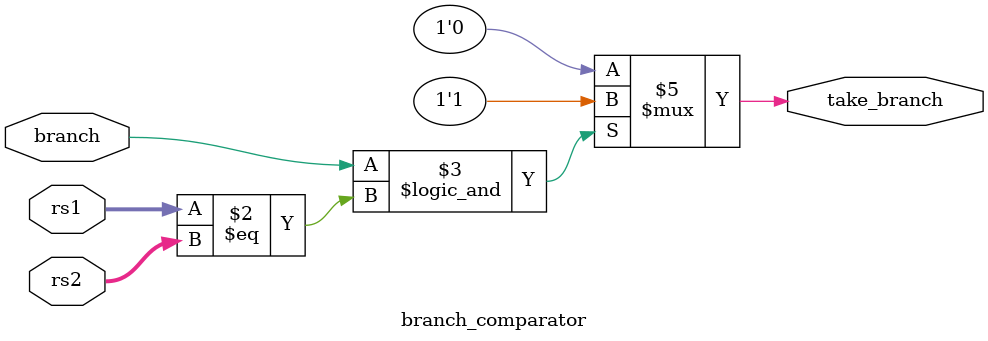
<source format=v>
module branch_comparator(
    input [31:0] rs1,
    input [31:0] rs2,
    input branch,
    output reg take_branch
);

always @(*) begin
    if(branch && (rs1 == rs2))
        take_branch = 1;
    else
        take_branch = 0;
end

endmodule

</source>
